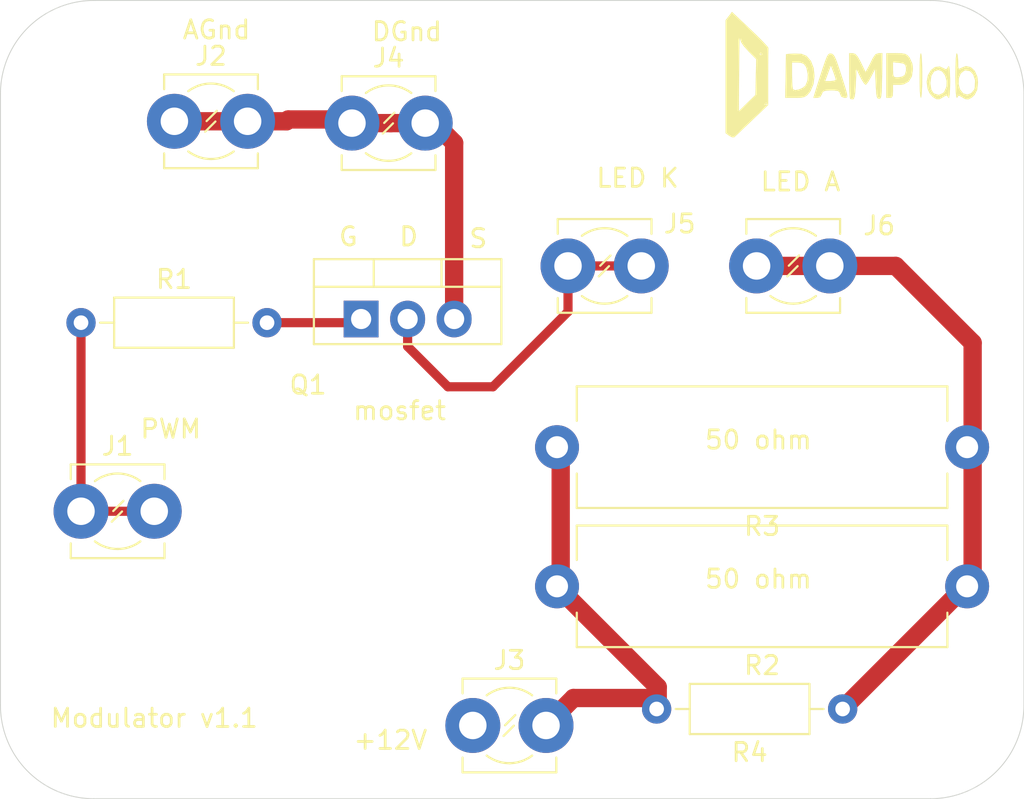
<source format=kicad_pcb>
(kicad_pcb (version 20171130) (host pcbnew "(5.1.2)-1")

  (general
    (thickness 1.6)
    (drawings 21)
    (tracks 39)
    (zones 0)
    (modules 12)
    (nets 7)
  )

  (page A4)
  (layers
    (0 F.Cu signal)
    (31 B.Cu signal)
    (32 B.Adhes user)
    (33 F.Adhes user)
    (34 B.Paste user)
    (35 F.Paste user)
    (36 B.SilkS user)
    (37 F.SilkS user)
    (38 B.Mask user)
    (39 F.Mask user)
    (40 Dwgs.User user)
    (41 Cmts.User user)
    (42 Eco1.User user)
    (43 Eco2.User user)
    (44 Edge.Cuts user)
    (45 Margin user)
    (46 B.CrtYd user)
    (47 F.CrtYd user)
    (48 B.Fab user)
    (49 F.Fab user)
  )

  (setup
    (last_trace_width 0.5)
    (trace_clearance 0.45)
    (zone_clearance 0.508)
    (zone_45_only no)
    (trace_min 0.2)
    (via_size 0.8)
    (via_drill 0.4)
    (via_min_size 0.4)
    (via_min_drill 0.3)
    (uvia_size 0.3)
    (uvia_drill 0.1)
    (uvias_allowed no)
    (uvia_min_size 0.2)
    (uvia_min_drill 0.1)
    (edge_width 0.05)
    (segment_width 0.2)
    (pcb_text_width 0.3)
    (pcb_text_size 1.5 1.5)
    (mod_edge_width 0.12)
    (mod_text_size 1 1)
    (mod_text_width 0.15)
    (pad_size 1.524 1.524)
    (pad_drill 0.762)
    (pad_to_mask_clearance 0.051)
    (solder_mask_min_width 0.25)
    (aux_axis_origin 0 0)
    (visible_elements 7FFFFFFF)
    (pcbplotparams
      (layerselection 0x010fc_ffffffff)
      (usegerberextensions true)
      (usegerberattributes false)
      (usegerberadvancedattributes false)
      (creategerberjobfile false)
      (excludeedgelayer true)
      (linewidth 0.100000)
      (plotframeref false)
      (viasonmask false)
      (mode 1)
      (useauxorigin false)
      (hpglpennumber 1)
      (hpglpenspeed 20)
      (hpglpendiameter 15.000000)
      (psnegative false)
      (psa4output false)
      (plotreference true)
      (plotvalue true)
      (plotinvisibletext false)
      (padsonsilk false)
      (subtractmaskfromsilk false)
      (outputformat 1)
      (mirror false)
      (drillshape 0)
      (scaleselection 1)
      (outputdirectory "gerbers/"))
  )

  (net 0 "")
  (net 1 GNDA)
  (net 2 /pwm)
  (net 3 "Net-(Q1-Pad1)")
  (net 4 +12V)
  (net 5 "Net-(J5-Pad1)")
  (net 6 "Net-(J6-Pad1)")

  (net_class Default "This is the default net class."
    (clearance 0.45)
    (trace_width 0.5)
    (via_dia 0.8)
    (via_drill 0.4)
    (uvia_dia 0.3)
    (uvia_drill 0.1)
    (add_net /pwm)
    (add_net "Net-(J5-Pad1)")
    (add_net "Net-(J6-Pad1)")
    (add_net "Net-(Q1-Pad1)")
  )

  (net_class +12V ""
    (clearance 0.8)
    (trace_width 1)
    (via_dia 0.8)
    (via_drill 0.4)
    (uvia_dia 0.3)
    (uvia_drill 0.1)
    (add_net +12V)
  )

  (net_class GNDA ""
    (clearance 0.6)
    (trace_width 1)
    (via_dia 0.8)
    (via_drill 0.4)
    (uvia_dia 0.3)
    (uvia_drill 0.1)
    (add_net GNDA)
  )

  (module rename:damp_logo (layer F.Cu) (tedit 0) (tstamp 5E0BAD78)
    (at 217.8 40.1)
    (path /5E0B617A)
    (fp_text reference G1 (at 0 0) (layer F.SilkS) hide
      (effects (font (size 1.524 1.524) (thickness 0.3)))
    )
    (fp_text value LOGO (at 0.75 0) (layer F.SilkS) hide
      (effects (font (size 1.524 1.524) (thickness 0.3)))
    )
    (fp_poly (pts (xy -5.539758 -2.524174) (xy -5.208043 -2.20522) (xy -4.924741 -1.922669) (xy -4.709282 -1.696731)
      (xy -4.581097 -1.54762) (xy -4.553857 -1.4986) (xy -4.560217 -1.375108) (xy -4.565603 -1.08601)
      (xy -4.569587 -0.6689) (xy -4.571741 -0.161371) (xy -4.572 0.094896) (xy -4.572 1.612193)
      (xy -5.461 2.461344) (xy -5.779342 2.764958) (xy -6.057405 3.029296) (xy -6.272031 3.232408)
      (xy -6.400061 3.352343) (xy -6.422852 3.372988) (xy -6.532557 3.374271) (xy -6.694353 3.289766)
      (xy -6.694995 3.289296) (xy -6.894285 3.14311) (xy -6.894285 1.945472) (xy -6.168571 1.945472)
      (xy -5.78875 1.5748) (xy -4.717143 1.5748) (xy -4.680857 1.6256) (xy -4.644571 1.5748)
      (xy -4.680857 1.524) (xy -4.717143 1.5748) (xy -5.78875 1.5748) (xy -5.715 1.502827)
      (xy -5.261428 1.060182) (xy -5.240754 0.084084) (xy -5.22008 -0.892015) (xy -5.490503 -1.1684)
      (xy -5.007428 -1.1684) (xy -4.971143 -1.1176) (xy -4.934857 -1.1684) (xy -4.971143 -1.2192)
      (xy -5.007428 -1.1684) (xy -5.490503 -1.1684) (xy -5.653518 -1.335008) (xy -5.901301 -1.609026)
      (xy -6.045195 -1.828145) (xy -6.109762 -2.032069) (xy -6.11615 -2.0828) (xy -6.125135 -2.077531)
      (xy -6.134057 -1.893232) (xy -6.142385 -1.554074) (xy -6.149591 -1.084226) (xy -6.155144 -0.507857)
      (xy -6.156957 -0.221064) (xy -6.168571 1.945472) (xy -6.894285 1.945472) (xy -6.894285 -3.01258)
      (xy -6.719044 -3.243063) (xy -6.543802 -3.473546) (xy -5.539758 -2.524174)) (layer F.SilkS) (width 0.01))
    (fp_poly (pts (xy 1.653234 0.0254) (xy 1.643215 0.546602) (xy 1.630418 0.897892) (xy 1.610418 1.112545)
      (xy 1.57879 1.223835) (xy 1.531109 1.265037) (xy 1.487714 1.27) (xy 1.414279 1.249894)
      (xy 1.366889 1.162607) (xy 1.336516 0.967681) (xy 1.314127 0.624659) (xy 1.306286 0.4572)
      (xy 1.27 -0.3556) (xy 1.052286 0.07403) (xy 0.91399 0.318745) (xy 0.798067 0.475368)
      (xy 0.753501 0.50583) (xy 0.669617 0.42939) (xy 0.544035 0.231569) (xy 0.463215 0.0762)
      (xy 0.254 -0.3556) (xy 0.217714 0.456219) (xy 0.191747 0.885699) (xy 0.156752 1.14643)
      (xy 0.106652 1.272819) (xy 0.069033 1.297931) (xy -0.060021 1.285019) (xy -0.094253 1.256578)
      (xy -0.114147 1.132502) (xy -0.130398 0.847963) (xy -0.141297 0.445685) (xy -0.145143 -0.016934)
      (xy -0.145143 -1.2192) (xy 0.054429 -1.216581) (xy 0.19182 -1.175576) (xy 0.322892 -1.031448)
      (xy 0.480331 -0.746563) (xy 0.503081 -0.70003) (xy 0.752162 -0.1861) (xy 0.885721 -0.42325)
      (xy 1.026276 -0.693302) (xy 1.142144 -0.9398) (xy 1.296275 -1.163578) (xy 1.469309 -1.2192)
      (xy 1.67361 -1.219201) (xy 1.653234 0.0254)) (layer F.SilkS) (width 0.01))
    (fp_poly (pts (xy 5.333823 -0.414202) (xy 5.356814 -0.163898) (xy 5.369143 0.196278) (xy 5.370286 0.3556)
      (xy 5.36226 0.776169) (xy 5.340185 1.073998) (xy 5.307068 1.213321) (xy 5.297714 1.2192)
      (xy 5.227543 1.141531) (xy 5.225143 1.11499) (xy 5.170254 1.083348) (xy 5.030931 1.151781)
      (xy 5.011033 1.16579) (xy 4.796619 1.291406) (xy 4.624019 1.292618) (xy 4.420465 1.169752)
      (xy 4.418733 1.168436) (xy 4.250636 0.966369) (xy 4.142407 0.730924) (xy 4.097798 0.382822)
      (xy 4.292081 0.382822) (xy 4.295052 0.470297) (xy 4.340967 0.771603) (xy 4.452016 0.94846)
      (xy 4.499429 0.98604) (xy 4.750302 1.061678) (xy 4.986582 0.956469) (xy 5.057082 0.878095)
      (xy 5.172982 0.601224) (xy 5.179617 0.285613) (xy 5.09362 -0.009826) (xy 4.931623 -0.226178)
      (xy 4.723123 -0.3048) (xy 4.490373 -0.22031) (xy 4.342226 0.016986) (xy 4.292081 0.382822)
      (xy 4.097798 0.382822) (xy 4.092277 0.33974) (xy 4.160372 -0.012298) (xy 4.319896 -0.291177)
      (xy 4.544056 -0.462884) (xy 4.806056 -0.493404) (xy 5.026874 -0.391831) (xy 5.155215 -0.326474)
      (xy 5.209579 -0.391831) (xy 5.28139 -0.502059) (xy 5.303762 -0.508) (xy 5.333823 -0.414202)) (layer F.SilkS) (width 0.01))
    (fp_poly (pts (xy 5.776282 -1.128349) (xy 5.802276 -0.898298) (xy 5.805714 -0.758426) (xy 5.811254 -0.481158)
      (xy 5.838558 -0.366329) (xy 5.903653 -0.373339) (xy 5.946086 -0.402826) (xy 6.227359 -0.516043)
      (xy 6.49449 -0.457542) (xy 6.715119 -0.253979) (xy 6.856889 0.067991) (xy 6.891978 0.376381)
      (xy 6.847025 0.779919) (xy 6.703788 1.063165) (xy 6.554343 1.202604) (xy 6.361834 1.306001)
      (xy 6.182189 1.282964) (xy 6.005286 1.173799) (xy 5.868556 1.100057) (xy 5.806106 1.117913)
      (xy 5.805714 1.123625) (xy 5.750361 1.216464) (xy 5.733143 1.2192) (xy 5.701287 1.121587)
      (xy 5.677718 0.84424) (xy 5.665303 0.456714) (xy 5.828621 0.456714) (xy 5.905361 0.749636)
      (xy 6.075324 0.969459) (xy 6.088123 0.978733) (xy 6.306633 1.042078) (xy 6.521157 0.966977)
      (xy 6.679087 0.780727) (xy 6.721162 0.650247) (xy 6.734075 0.259732) (xy 6.637751 -0.049802)
      (xy 6.455013 -0.242743) (xy 6.208684 -0.283479) (xy 6.135169 -0.264092) (xy 5.945784 -0.109805)
      (xy 5.842849 0.150349) (xy 5.828621 0.456714) (xy 5.665303 0.456714) (xy 5.663819 0.410393)
      (xy 5.660572 0) (xy 5.666382 -0.535181) (xy 5.682891 -0.931143) (xy 5.708715 -1.164652)
      (xy 5.733143 -1.2192) (xy 5.776282 -1.128349)) (layer F.SilkS) (width 0.01))
    (fp_poly (pts (xy -2.746139 -1.181496) (xy -2.471602 -1.069822) (xy -2.231387 -0.79201) (xy -2.085363 -0.408057)
      (xy -2.037646 0.02884) (xy -2.092356 0.465482) (xy -2.253609 0.848673) (xy -2.316296 0.936504)
      (xy -2.448251 1.083781) (xy -2.580385 1.168823) (xy -2.758301 1.20834) (xy -3.027602 1.219043)
      (xy -3.087734 1.2192) (xy -3.633177 1.2192) (xy -3.612731 0.0254) (xy -3.600116 -0.7112)
      (xy -3.265714 -0.7112) (xy -3.265714 -0.016934) (xy -3.258256 0.343251) (xy -3.238705 0.620207)
      (xy -3.211293 0.753989) (xy -3.211286 0.753999) (xy -3.093674 0.799026) (xy -2.904203 0.769803)
      (xy -2.700514 0.683833) (xy -2.54025 0.558624) (xy -2.530999 0.547396) (xy -2.423061 0.288011)
      (xy -2.401545 -0.053082) (xy -2.468323 -0.392428) (xy -2.507829 -0.485394) (xy -2.623527 -0.638332)
      (xy -2.79929 -0.703232) (xy -2.943258 -0.7112) (xy -3.265714 -0.7112) (xy -3.600116 -0.7112)
      (xy -3.592286 -1.1684) (xy -3.141659 -1.198542) (xy -2.746139 -1.181496)) (layer F.SilkS) (width 0.01))
    (fp_poly (pts (xy -1.125828 -1.200867) (xy -1.034456 -1.161092) (xy -0.949073 -1.054961) (xy -0.853751 -0.84984)
      (xy -0.732561 -0.513094) (xy -0.615016 -0.154221) (xy -0.445262 0.37606) (xy -0.330257 0.748584)
      (xy -0.265663 0.991192) (xy -0.247143 1.131728) (xy -0.270357 1.198035) (xy -0.33097 1.217954)
      (xy -0.401046 1.2192) (xy -0.571313 1.154932) (xy -0.632115 1.016) (xy -0.671892 0.903523)
      (xy -0.76139 0.84185) (xy -0.935812 0.816565) (xy -1.128431 0.8128) (xy -1.384899 0.821511)
      (xy -1.532308 0.857259) (xy -1.606461 0.934468) (xy -1.632857 1.016) (xy -1.730105 1.179487)
      (xy -1.888044 1.2192) (xy -2.097165 1.2192) (xy -1.987577 0.852005) (xy -1.906909 0.591643)
      (xy -1.815297 0.3048) (xy -1.454378 0.3048) (xy -1.162618 0.3048) (xy -0.981089 0.288005)
      (xy -0.880946 0.246019) (xy -0.873899 0.2286) (xy -0.90725 0.097071) (xy -0.986134 -0.13355)
      (xy -1.010215 -0.197976) (xy -1.143489 -0.548352) (xy -1.298933 -0.121776) (xy -1.454378 0.3048)
      (xy -1.815297 0.3048) (xy -1.786311 0.214045) (xy -1.64723 -0.213884) (xy -1.594494 -0.374262)
      (xy -1.457277 -0.778726) (xy -1.357962 -1.029647) (xy -1.277601 -1.160447) (xy -1.197244 -1.204544)
      (xy -1.125828 -1.200867)) (layer F.SilkS) (width 0.01))
    (fp_poly (pts (xy 2.725765 -1.211606) (xy 2.914285 -1.179167) (xy 3.042153 -1.107399) (xy 3.15152 -0.981816)
      (xy 3.160156 -0.969819) (xy 3.308931 -0.640238) (xy 3.338286 -0.3556) (xy 3.279602 0.049478)
      (xy 3.107824 0.331572) (xy 2.829358 0.483023) (xy 2.61587 0.508) (xy 2.249715 0.508)
      (xy 2.249715 0.8636) (xy 2.236159 1.104077) (xy 2.175161 1.202524) (xy 2.068286 1.2192)
      (xy 1.886857 1.2192) (xy 1.886857 -0.310367) (xy 2.249715 -0.310367) (xy 2.256557 -0.047901)
      (xy 2.303616 0.069626) (xy 2.430685 0.100474) (xy 2.531114 0.1016) (xy 2.739021 0.065298)
      (xy 2.885052 -0.025076) (xy 2.899542 -0.045208) (xy 2.959894 -0.258897) (xy 2.962857 -0.426208)
      (xy 2.927907 -0.572122) (xy 2.834954 -0.649347) (xy 2.644182 -0.686537) (xy 2.594429 -0.691367)
      (xy 2.249715 -0.722334) (xy 2.249715 -0.310367) (xy 1.886857 -0.310367) (xy 1.886857 -1.2192)
      (xy 2.434442 -1.2192) (xy 2.725765 -1.211606)) (layer F.SilkS) (width 0.01))
    (fp_poly (pts (xy 3.80557 -1.121588) (xy 3.82914 -0.844241) (xy 3.843039 -0.410394) (xy 3.846286 0)
      (xy 3.840476 0.53518) (xy 3.823967 0.931142) (xy 3.798143 1.164651) (xy 3.773715 1.2192)
      (xy 3.741859 1.121587) (xy 3.718289 0.84424) (xy 3.70439 0.410393) (xy 3.701143 0)
      (xy 3.706953 -0.535181) (xy 3.723462 -0.931143) (xy 3.749286 -1.164652) (xy 3.773715 -1.2192)
      (xy 3.80557 -1.121588)) (layer F.SilkS) (width 0.01))
  )

  (module Package_TO_SOT_THT:TO-220-3_Vertical (layer F.Cu) (tedit 5AC8BA0D) (tstamp 5E0BB2A3)
    (at 191 53.4)
    (descr "TO-220-3, Vertical, RM 2.54mm, see https://www.vishay.com/docs/66542/to-220-1.pdf")
    (tags "TO-220-3 Vertical RM 2.54mm")
    (path /5DC49688)
    (fp_text reference Q1 (at -2.9 3.6) (layer F.SilkS)
      (effects (font (size 1 1) (thickness 0.15)))
    )
    (fp_text value FQP30N06L (at 2.54 2.5) (layer F.Fab)
      (effects (font (size 1 1) (thickness 0.15)))
    )
    (fp_line (start -2.46 -3.15) (end -2.46 1.25) (layer F.Fab) (width 0.1))
    (fp_line (start -2.46 1.25) (end 7.54 1.25) (layer F.Fab) (width 0.1))
    (fp_line (start 7.54 1.25) (end 7.54 -3.15) (layer F.Fab) (width 0.1))
    (fp_line (start 7.54 -3.15) (end -2.46 -3.15) (layer F.Fab) (width 0.1))
    (fp_line (start -2.46 -1.88) (end 7.54 -1.88) (layer F.Fab) (width 0.1))
    (fp_line (start 0.69 -3.15) (end 0.69 -1.88) (layer F.Fab) (width 0.1))
    (fp_line (start 4.39 -3.15) (end 4.39 -1.88) (layer F.Fab) (width 0.1))
    (fp_line (start -2.58 -3.27) (end 7.66 -3.27) (layer F.SilkS) (width 0.12))
    (fp_line (start -2.58 1.371) (end 7.66 1.371) (layer F.SilkS) (width 0.12))
    (fp_line (start -2.58 -3.27) (end -2.58 1.371) (layer F.SilkS) (width 0.12))
    (fp_line (start 7.66 -3.27) (end 7.66 1.371) (layer F.SilkS) (width 0.12))
    (fp_line (start -2.58 -1.76) (end 7.66 -1.76) (layer F.SilkS) (width 0.12))
    (fp_line (start 0.69 -3.27) (end 0.69 -1.76) (layer F.SilkS) (width 0.12))
    (fp_line (start 4.391 -3.27) (end 4.391 -1.76) (layer F.SilkS) (width 0.12))
    (fp_line (start -2.71 -3.4) (end -2.71 1.51) (layer F.CrtYd) (width 0.05))
    (fp_line (start -2.71 1.51) (end 7.79 1.51) (layer F.CrtYd) (width 0.05))
    (fp_line (start 7.79 1.51) (end 7.79 -3.4) (layer F.CrtYd) (width 0.05))
    (fp_line (start 7.79 -3.4) (end -2.71 -3.4) (layer F.CrtYd) (width 0.05))
    (fp_text user %R (at -2.9 3.5) (layer F.Fab)
      (effects (font (size 1 1) (thickness 0.15)))
    )
    (pad 1 thru_hole rect (at 0 0) (size 1.905 2) (drill 1.1) (layers *.Cu *.Mask)
      (net 3 "Net-(Q1-Pad1)"))
    (pad 2 thru_hole oval (at 2.54 0) (size 1.905 2) (drill 1.1) (layers *.Cu *.Mask)
      (net 5 "Net-(J5-Pad1)"))
    (pad 3 thru_hole oval (at 5.08 0) (size 1.905 2) (drill 1.1) (layers *.Cu *.Mask)
      (net 1 GNDA))
    (model ${KISYS3DMOD}/Package_TO_SOT_THT.3dshapes/TO-220-3_Vertical.wrl
      (at (xyz 0 0 0))
      (scale (xyz 1 1 1))
      (rotate (xyz 0 0 0))
    )
  )

  (module Resistor_THT:R_Axial_DIN0207_L6.3mm_D2.5mm_P10.16mm_Horizontal (layer F.Cu) (tedit 5AE5139B) (tstamp 5E0BB2BA)
    (at 175.7 53.6)
    (descr "Resistor, Axial_DIN0207 series, Axial, Horizontal, pin pitch=10.16mm, 0.25W = 1/4W, length*diameter=6.3*2.5mm^2, http://cdn-reichelt.de/documents/datenblatt/B400/1_4W%23YAG.pdf")
    (tags "Resistor Axial_DIN0207 series Axial Horizontal pin pitch 10.16mm 0.25W = 1/4W length 6.3mm diameter 2.5mm")
    (path /5DCA1249)
    (fp_text reference R1 (at 5.08 -2.37) (layer F.SilkS)
      (effects (font (size 1 1) (thickness 0.15)))
    )
    (fp_text value 1k (at 5.08 2.37) (layer F.Fab)
      (effects (font (size 1 1) (thickness 0.15)))
    )
    (fp_text user %R (at 5.08 0) (layer F.Fab)
      (effects (font (size 1 1) (thickness 0.15)))
    )
    (fp_line (start 11.21 -1.5) (end -1.05 -1.5) (layer F.CrtYd) (width 0.05))
    (fp_line (start 11.21 1.5) (end 11.21 -1.5) (layer F.CrtYd) (width 0.05))
    (fp_line (start -1.05 1.5) (end 11.21 1.5) (layer F.CrtYd) (width 0.05))
    (fp_line (start -1.05 -1.5) (end -1.05 1.5) (layer F.CrtYd) (width 0.05))
    (fp_line (start 9.12 0) (end 8.35 0) (layer F.SilkS) (width 0.12))
    (fp_line (start 1.04 0) (end 1.81 0) (layer F.SilkS) (width 0.12))
    (fp_line (start 8.35 -1.37) (end 1.81 -1.37) (layer F.SilkS) (width 0.12))
    (fp_line (start 8.35 1.37) (end 8.35 -1.37) (layer F.SilkS) (width 0.12))
    (fp_line (start 1.81 1.37) (end 8.35 1.37) (layer F.SilkS) (width 0.12))
    (fp_line (start 1.81 -1.37) (end 1.81 1.37) (layer F.SilkS) (width 0.12))
    (fp_line (start 10.16 0) (end 8.23 0) (layer F.Fab) (width 0.1))
    (fp_line (start 0 0) (end 1.93 0) (layer F.Fab) (width 0.1))
    (fp_line (start 8.23 -1.25) (end 1.93 -1.25) (layer F.Fab) (width 0.1))
    (fp_line (start 8.23 1.25) (end 8.23 -1.25) (layer F.Fab) (width 0.1))
    (fp_line (start 1.93 1.25) (end 8.23 1.25) (layer F.Fab) (width 0.1))
    (fp_line (start 1.93 -1.25) (end 1.93 1.25) (layer F.Fab) (width 0.1))
    (pad 2 thru_hole oval (at 10.16 0) (size 1.6 1.6) (drill 0.8) (layers *.Cu *.Mask)
      (net 3 "Net-(Q1-Pad1)"))
    (pad 1 thru_hole circle (at 0 0) (size 1.6 1.6) (drill 0.8) (layers *.Cu *.Mask)
      (net 2 /pwm))
    (model ${KISYS3DMOD}/Resistor_THT.3dshapes/R_Axial_DIN0207_L6.3mm_D2.5mm_P10.16mm_Horizontal.wrl
      (at (xyz 0 0 0))
      (scale (xyz 1 1 1))
      (rotate (xyz 0 0 0))
    )
  )

  (module Resistor_THT:R_Axial_DIN0207_L6.3mm_D2.5mm_P10.16mm_Horizontal (layer F.Cu) (tedit 5AE5139B) (tstamp 5E0BB8F8)
    (at 217.3 74.7 180)
    (descr "Resistor, Axial_DIN0207 series, Axial, Horizontal, pin pitch=10.16mm, 0.25W = 1/4W, length*diameter=6.3*2.5mm^2, http://cdn-reichelt.de/documents/datenblatt/B400/1_4W%23YAG.pdf")
    (tags "Resistor Axial_DIN0207 series Axial Horizontal pin pitch 10.16mm 0.25W = 1/4W length 6.3mm diameter 2.5mm")
    (path /5E0BA242)
    (fp_text reference R4 (at 5.08 -2.37) (layer F.SilkS)
      (effects (font (size 1 1) (thickness 0.15)))
    )
    (fp_text value 100 (at 5.08 2.37) (layer F.Fab)
      (effects (font (size 1 1) (thickness 0.15)))
    )
    (fp_text user %R (at 5.08 0) (layer F.Fab)
      (effects (font (size 1 1) (thickness 0.15)))
    )
    (fp_line (start 11.21 -1.5) (end -1.05 -1.5) (layer F.CrtYd) (width 0.05))
    (fp_line (start 11.21 1.5) (end 11.21 -1.5) (layer F.CrtYd) (width 0.05))
    (fp_line (start -1.05 1.5) (end 11.21 1.5) (layer F.CrtYd) (width 0.05))
    (fp_line (start -1.05 -1.5) (end -1.05 1.5) (layer F.CrtYd) (width 0.05))
    (fp_line (start 9.12 0) (end 8.35 0) (layer F.SilkS) (width 0.12))
    (fp_line (start 1.04 0) (end 1.81 0) (layer F.SilkS) (width 0.12))
    (fp_line (start 8.35 -1.37) (end 1.81 -1.37) (layer F.SilkS) (width 0.12))
    (fp_line (start 8.35 1.37) (end 8.35 -1.37) (layer F.SilkS) (width 0.12))
    (fp_line (start 1.81 1.37) (end 8.35 1.37) (layer F.SilkS) (width 0.12))
    (fp_line (start 1.81 -1.37) (end 1.81 1.37) (layer F.SilkS) (width 0.12))
    (fp_line (start 10.16 0) (end 8.23 0) (layer F.Fab) (width 0.1))
    (fp_line (start 0 0) (end 1.93 0) (layer F.Fab) (width 0.1))
    (fp_line (start 8.23 -1.25) (end 1.93 -1.25) (layer F.Fab) (width 0.1))
    (fp_line (start 8.23 1.25) (end 8.23 -1.25) (layer F.Fab) (width 0.1))
    (fp_line (start 1.93 1.25) (end 8.23 1.25) (layer F.Fab) (width 0.1))
    (fp_line (start 1.93 -1.25) (end 1.93 1.25) (layer F.Fab) (width 0.1))
    (pad 2 thru_hole oval (at 10.16 0 180) (size 1.6 1.6) (drill 0.8) (layers *.Cu *.Mask)
      (net 4 +12V))
    (pad 1 thru_hole circle (at 0 0 180) (size 1.6 1.6) (drill 0.8) (layers *.Cu *.Mask)
      (net 6 "Net-(J6-Pad1)"))
    (model ${KISYS3DMOD}/Resistor_THT.3dshapes/R_Axial_DIN0207_L6.3mm_D2.5mm_P10.16mm_Horizontal.wrl
      (at (xyz 0 0 0))
      (scale (xyz 1 1 1))
      (rotate (xyz 0 0 0))
    )
  )

  (module Resistor_THT:R_Axial_Power_L20.0mm_W6.4mm_P22.40mm (layer F.Cu) (tedit 5AE5139B) (tstamp 5E0BBF73)
    (at 224.1 68 180)
    (descr "Resistor, Axial_Power series, Box, pin pitch=22.4mm, 4W, length*width*height=20*6.4*6.4mm^3, http://cdn-reichelt.de/documents/datenblatt/B400/5WAXIAL_9WAXIAL_11WAXIAL_17WAXIAL%23YAG.pdf")
    (tags "Resistor Axial_Power series Box pin pitch 22.4mm 4W length 20mm width 6.4mm height 6.4mm")
    (path /5DC99AAD)
    (fp_text reference R2 (at 11.2 -4.32) (layer F.SilkS)
      (effects (font (size 1 1) (thickness 0.15)))
    )
    (fp_text value 50 (at 11.2 4.32) (layer F.Fab)
      (effects (font (size 1 1) (thickness 0.15)))
    )
    (fp_line (start 1.2 -3.2) (end 1.2 3.2) (layer F.Fab) (width 0.1))
    (fp_line (start 1.2 3.2) (end 21.2 3.2) (layer F.Fab) (width 0.1))
    (fp_line (start 21.2 3.2) (end 21.2 -3.2) (layer F.Fab) (width 0.1))
    (fp_line (start 21.2 -3.2) (end 1.2 -3.2) (layer F.Fab) (width 0.1))
    (fp_line (start 0 0) (end 1.2 0) (layer F.Fab) (width 0.1))
    (fp_line (start 22.4 0) (end 21.2 0) (layer F.Fab) (width 0.1))
    (fp_line (start 1.08 -1.44) (end 1.08 -3.32) (layer F.SilkS) (width 0.12))
    (fp_line (start 1.08 -3.32) (end 21.32 -3.32) (layer F.SilkS) (width 0.12))
    (fp_line (start 21.32 -3.32) (end 21.32 -1.44) (layer F.SilkS) (width 0.12))
    (fp_line (start 1.08 1.44) (end 1.08 3.32) (layer F.SilkS) (width 0.12))
    (fp_line (start 1.08 3.32) (end 21.32 3.32) (layer F.SilkS) (width 0.12))
    (fp_line (start 21.32 3.32) (end 21.32 1.44) (layer F.SilkS) (width 0.12))
    (fp_line (start -1.45 -3.45) (end -1.45 3.45) (layer F.CrtYd) (width 0.05))
    (fp_line (start -1.45 3.45) (end 23.85 3.45) (layer F.CrtYd) (width 0.05))
    (fp_line (start 23.85 3.45) (end 23.85 -3.45) (layer F.CrtYd) (width 0.05))
    (fp_line (start 23.85 -3.45) (end -1.45 -3.45) (layer F.CrtYd) (width 0.05))
    (fp_text user %R (at 11.2 0) (layer F.Fab)
      (effects (font (size 1 1) (thickness 0.15)))
    )
    (pad 1 thru_hole circle (at 0 0 180) (size 2.4 2.4) (drill 1.2) (layers *.Cu *.Mask)
      (net 6 "Net-(J6-Pad1)"))
    (pad 2 thru_hole oval (at 22.4 0 180) (size 2.4 2.4) (drill 1.2) (layers *.Cu *.Mask)
      (net 4 +12V))
    (model ${KISYS3DMOD}/Resistor_THT.3dshapes/R_Axial_Power_L20.0mm_W6.4mm_P22.40mm.wrl
      (at (xyz 0 0 0))
      (scale (xyz 1 1 1))
      (rotate (xyz 0 0 0))
    )
  )

  (module Resistor_THT:R_Axial_Power_L20.0mm_W6.4mm_P22.40mm (layer F.Cu) (tedit 5AE5139B) (tstamp 5E0BBF89)
    (at 224.1 60.4 180)
    (descr "Resistor, Axial_Power series, Box, pin pitch=22.4mm, 4W, length*width*height=20*6.4*6.4mm^3, http://cdn-reichelt.de/documents/datenblatt/B400/5WAXIAL_9WAXIAL_11WAXIAL_17WAXIAL%23YAG.pdf")
    (tags "Resistor Axial_Power series Box pin pitch 22.4mm 4W length 20mm width 6.4mm height 6.4mm")
    (path /5E0B95AF)
    (fp_text reference R3 (at 11.2 -4.32) (layer F.SilkS)
      (effects (font (size 1 1) (thickness 0.15)))
    )
    (fp_text value 50 (at 11.2 4.32) (layer F.Fab)
      (effects (font (size 1 1) (thickness 0.15)))
    )
    (fp_text user %R (at 11.2 0) (layer F.Fab)
      (effects (font (size 1 1) (thickness 0.15)))
    )
    (fp_line (start 23.85 -3.45) (end -1.45 -3.45) (layer F.CrtYd) (width 0.05))
    (fp_line (start 23.85 3.45) (end 23.85 -3.45) (layer F.CrtYd) (width 0.05))
    (fp_line (start -1.45 3.45) (end 23.85 3.45) (layer F.CrtYd) (width 0.05))
    (fp_line (start -1.45 -3.45) (end -1.45 3.45) (layer F.CrtYd) (width 0.05))
    (fp_line (start 21.32 3.32) (end 21.32 1.44) (layer F.SilkS) (width 0.12))
    (fp_line (start 1.08 3.32) (end 21.32 3.32) (layer F.SilkS) (width 0.12))
    (fp_line (start 1.08 1.44) (end 1.08 3.32) (layer F.SilkS) (width 0.12))
    (fp_line (start 21.32 -3.32) (end 21.32 -1.44) (layer F.SilkS) (width 0.12))
    (fp_line (start 1.08 -3.32) (end 21.32 -3.32) (layer F.SilkS) (width 0.12))
    (fp_line (start 1.08 -1.44) (end 1.08 -3.32) (layer F.SilkS) (width 0.12))
    (fp_line (start 22.4 0) (end 21.2 0) (layer F.Fab) (width 0.1))
    (fp_line (start 0 0) (end 1.2 0) (layer F.Fab) (width 0.1))
    (fp_line (start 21.2 -3.2) (end 1.2 -3.2) (layer F.Fab) (width 0.1))
    (fp_line (start 21.2 3.2) (end 21.2 -3.2) (layer F.Fab) (width 0.1))
    (fp_line (start 1.2 3.2) (end 21.2 3.2) (layer F.Fab) (width 0.1))
    (fp_line (start 1.2 -3.2) (end 1.2 3.2) (layer F.Fab) (width 0.1))
    (pad 2 thru_hole oval (at 22.4 0 180) (size 2.4 2.4) (drill 1.2) (layers *.Cu *.Mask)
      (net 4 +12V))
    (pad 1 thru_hole circle (at 0 0 180) (size 2.4 2.4) (drill 1.2) (layers *.Cu *.Mask)
      (net 6 "Net-(J6-Pad1)"))
    (model ${KISYS3DMOD}/Resistor_THT.3dshapes/R_Axial_Power_L20.0mm_W6.4mm_P22.40mm.wrl
      (at (xyz 0 0 0))
      (scale (xyz 1 1 1))
      (rotate (xyz 0 0 0))
    )
  )

  (module TerminalBlock_MetzConnect:TerminalBlock_MetzConnect_360381_1x01_Horizontal_ScrewM3.0 (layer F.Cu) (tedit 5B294E90) (tstamp 5E0BCA6C)
    (at 175.7 63.9)
    (descr "single screw terminal block Metz Connect 360381, block size 5x5mm^2, drill diamater 1.5mm, 2 pads, pad diameter 3mm, see http://www.metz-connect.com/de/system/files/METZ_CONNECT_U_Contact_Katalog_Anschlusssysteme_fuer_Leiterplatten_DE_31_07_2017_OFF_024803.pdf?language=en page 133, script-generated using https://github.com/pointhi/kicad-footprint-generator/scripts/TerminalBlock_MetzConnect")
    (tags "THT single screw terminal block Metz Connect 360381 size 5x5mm^2 drill 1.5mm pad 3mm")
    (path /5E0E4412)
    (fp_text reference J1 (at 2 -3.56) (layer F.SilkS)
      (effects (font (size 1 1) (thickness 0.15)))
    )
    (fp_text value Screw_Terminal_01x01 (at 6 3.9) (layer F.Fab)
      (effects (font (size 1 1) (thickness 0.15)))
    )
    (fp_arc (start 2 0) (end 2 2.06) (angle -37) (layer F.SilkS) (width 0.12))
    (fp_arc (start 2 0) (end 3.24 -1.646) (angle -74) (layer F.SilkS) (width 0.12))
    (fp_arc (start 2 0) (end 0.759 1.645) (angle -38) (layer F.SilkS) (width 0.12))
    (fp_circle (center 2 0) (end 4 0) (layer F.Fab) (width 0.1))
    (fp_line (start 3.517 -1.273) (end 0.727 1.517) (layer F.Fab) (width 0.1))
    (fp_line (start 3.273 -1.517) (end 0.483 1.273) (layer F.Fab) (width 0.1))
    (fp_line (start 2.241 0.011) (end 1.708 0.543) (layer F.SilkS) (width 0.12))
    (fp_line (start 1.68 0.571) (end 1.68 0.571) (layer F.SilkS) (width 0.12))
    (fp_line (start 2.32 -0.572) (end 2.32 -0.572) (layer F.SilkS) (width 0.12))
    (fp_line (start 2.291 -0.543) (end 1.759 -0.011) (layer F.SilkS) (width 0.12))
    (fp_line (start -0.5 -2.5) (end 4.5 -2.5) (layer F.Fab) (width 0.1))
    (fp_line (start -0.5 2.5) (end 4.5 2.5) (layer F.Fab) (width 0.1))
    (fp_line (start -0.5 -2.5) (end -0.5 2.5) (layer F.Fab) (width 0.1))
    (fp_line (start 4.5 -2.5) (end 4.5 2.5) (layer F.Fab) (width 0.1))
    (fp_line (start -0.56 -2.56) (end 4.56 -2.56) (layer F.SilkS) (width 0.12))
    (fp_line (start -0.56 2.56) (end 4.56 2.56) (layer F.SilkS) (width 0.12))
    (fp_line (start -0.56 -2.56) (end -0.56 -1.755) (layer F.SilkS) (width 0.12))
    (fp_line (start -0.56 1.755) (end -0.56 2.56) (layer F.SilkS) (width 0.12))
    (fp_line (start 4.56 -2.56) (end 4.56 -1.755) (layer F.SilkS) (width 0.12))
    (fp_line (start 4.56 1.755) (end 4.56 2.56) (layer F.SilkS) (width 0.12))
    (fp_line (start -1 -3) (end -1 3) (layer F.CrtYd) (width 0.05))
    (fp_line (start -1 3) (end 5 3) (layer F.CrtYd) (width 0.05))
    (fp_line (start 5 3) (end 5 -3) (layer F.CrtYd) (width 0.05))
    (fp_line (start 5 -3) (end -1 -3) (layer F.CrtYd) (width 0.05))
    (fp_text user %R (at 2 -3.56) (layer F.Fab)
      (effects (font (size 1 1) (thickness 0.15)))
    )
    (pad 1 thru_hole circle (at 4 0) (size 3 3) (drill 1.5) (layers *.Cu *.Mask)
      (net 2 /pwm))
    (pad 1 thru_hole circle (at 0 0) (size 3 3) (drill 1.5) (layers *.Cu *.Mask)
      (net 2 /pwm))
    (model ${KISYS3DMOD}/TerminalBlock_MetzConnect.3dshapes/TerminalBlock_MetzConnect_360381_1x01_Horizontal_ScrewM3.0.wrl
      (at (xyz 0 0 0))
      (scale (xyz 1 1 1))
      (rotate (xyz 0 0 0))
    )
  )

  (module TerminalBlock_MetzConnect:TerminalBlock_MetzConnect_360381_1x01_Horizontal_ScrewM3.0 (layer F.Cu) (tedit 5B294E90) (tstamp 5E0BCA8B)
    (at 180.8 42.6)
    (descr "single screw terminal block Metz Connect 360381, block size 5x5mm^2, drill diamater 1.5mm, 2 pads, pad diameter 3mm, see http://www.metz-connect.com/de/system/files/METZ_CONNECT_U_Contact_Katalog_Anschlusssysteme_fuer_Leiterplatten_DE_31_07_2017_OFF_024803.pdf?language=en page 133, script-generated using https://github.com/pointhi/kicad-footprint-generator/scripts/TerminalBlock_MetzConnect")
    (tags "THT single screw terminal block Metz Connect 360381 size 5x5mm^2 drill 1.5mm pad 3mm")
    (path /5E0E4B1B)
    (fp_text reference J2 (at 2 -3.56) (layer F.SilkS)
      (effects (font (size 1 1) (thickness 0.15)))
    )
    (fp_text value Screw_Terminal_01x01 (at 2 3.56) (layer F.Fab)
      (effects (font (size 1 1) (thickness 0.15)))
    )
    (fp_text user %R (at 2 -3.56) (layer F.Fab)
      (effects (font (size 1 1) (thickness 0.15)))
    )
    (fp_line (start 5 -3) (end -1 -3) (layer F.CrtYd) (width 0.05))
    (fp_line (start 5 3) (end 5 -3) (layer F.CrtYd) (width 0.05))
    (fp_line (start -1 3) (end 5 3) (layer F.CrtYd) (width 0.05))
    (fp_line (start -1 -3) (end -1 3) (layer F.CrtYd) (width 0.05))
    (fp_line (start 4.56 1.755) (end 4.56 2.56) (layer F.SilkS) (width 0.12))
    (fp_line (start 4.56 -2.56) (end 4.56 -1.755) (layer F.SilkS) (width 0.12))
    (fp_line (start -0.56 1.755) (end -0.56 2.56) (layer F.SilkS) (width 0.12))
    (fp_line (start -0.56 -2.56) (end -0.56 -1.755) (layer F.SilkS) (width 0.12))
    (fp_line (start -0.56 2.56) (end 4.56 2.56) (layer F.SilkS) (width 0.12))
    (fp_line (start -0.56 -2.56) (end 4.56 -2.56) (layer F.SilkS) (width 0.12))
    (fp_line (start 4.5 -2.5) (end 4.5 2.5) (layer F.Fab) (width 0.1))
    (fp_line (start -0.5 -2.5) (end -0.5 2.5) (layer F.Fab) (width 0.1))
    (fp_line (start -0.5 2.5) (end 4.5 2.5) (layer F.Fab) (width 0.1))
    (fp_line (start -0.5 -2.5) (end 4.5 -2.5) (layer F.Fab) (width 0.1))
    (fp_line (start 2.291 -0.543) (end 1.759 -0.011) (layer F.SilkS) (width 0.12))
    (fp_line (start 2.32 -0.572) (end 2.32 -0.572) (layer F.SilkS) (width 0.12))
    (fp_line (start 1.68 0.571) (end 1.68 0.571) (layer F.SilkS) (width 0.12))
    (fp_line (start 2.241 0.011) (end 1.708 0.543) (layer F.SilkS) (width 0.12))
    (fp_line (start 3.273 -1.517) (end 0.483 1.273) (layer F.Fab) (width 0.1))
    (fp_line (start 3.517 -1.273) (end 0.727 1.517) (layer F.Fab) (width 0.1))
    (fp_circle (center 2 0) (end 4 0) (layer F.Fab) (width 0.1))
    (fp_arc (start 2 0) (end 0.759 1.645) (angle -38) (layer F.SilkS) (width 0.12))
    (fp_arc (start 2 0) (end 3.24 -1.646) (angle -74) (layer F.SilkS) (width 0.12))
    (fp_arc (start 2 0) (end 2 2.06) (angle -37) (layer F.SilkS) (width 0.12))
    (pad 1 thru_hole circle (at 0 0) (size 3 3) (drill 1.5) (layers *.Cu *.Mask)
      (net 1 GNDA))
    (pad 1 thru_hole circle (at 4 0) (size 3 3) (drill 1.5) (layers *.Cu *.Mask)
      (net 1 GNDA))
    (model ${KISYS3DMOD}/TerminalBlock_MetzConnect.3dshapes/TerminalBlock_MetzConnect_360381_1x01_Horizontal_ScrewM3.0.wrl
      (at (xyz 0 0 0))
      (scale (xyz 1 1 1))
      (rotate (xyz 0 0 0))
    )
  )

  (module TerminalBlock_MetzConnect:TerminalBlock_MetzConnect_360381_1x01_Horizontal_ScrewM3.0 (layer F.Cu) (tedit 5B294E90) (tstamp 5E0BCAAA)
    (at 197.1 75.6)
    (descr "single screw terminal block Metz Connect 360381, block size 5x5mm^2, drill diamater 1.5mm, 2 pads, pad diameter 3mm, see http://www.metz-connect.com/de/system/files/METZ_CONNECT_U_Contact_Katalog_Anschlusssysteme_fuer_Leiterplatten_DE_31_07_2017_OFF_024803.pdf?language=en page 133, script-generated using https://github.com/pointhi/kicad-footprint-generator/scripts/TerminalBlock_MetzConnect")
    (tags "THT single screw terminal block Metz Connect 360381 size 5x5mm^2 drill 1.5mm pad 3mm")
    (path /5E0E35C7)
    (fp_text reference J3 (at 2 -3.56) (layer F.SilkS)
      (effects (font (size 1 1) (thickness 0.15)))
    )
    (fp_text value Screw_Terminal_01x01 (at -7.5 -4.5) (layer F.Fab)
      (effects (font (size 1 1) (thickness 0.15)))
    )
    (fp_arc (start 2 0) (end 2 2.06) (angle -37) (layer F.SilkS) (width 0.12))
    (fp_arc (start 2 0) (end 3.24 -1.646) (angle -74) (layer F.SilkS) (width 0.12))
    (fp_arc (start 2 0) (end 0.759 1.645) (angle -38) (layer F.SilkS) (width 0.12))
    (fp_circle (center 2 0) (end 4 0) (layer F.Fab) (width 0.1))
    (fp_line (start 3.517 -1.273) (end 0.727 1.517) (layer F.Fab) (width 0.1))
    (fp_line (start 3.273 -1.517) (end 0.483 1.273) (layer F.Fab) (width 0.1))
    (fp_line (start 2.241 0.011) (end 1.708 0.543) (layer F.SilkS) (width 0.12))
    (fp_line (start 1.68 0.571) (end 1.68 0.571) (layer F.SilkS) (width 0.12))
    (fp_line (start 2.32 -0.572) (end 2.32 -0.572) (layer F.SilkS) (width 0.12))
    (fp_line (start 2.291 -0.543) (end 1.759 -0.011) (layer F.SilkS) (width 0.12))
    (fp_line (start -0.5 -2.5) (end 4.5 -2.5) (layer F.Fab) (width 0.1))
    (fp_line (start -0.5 2.5) (end 4.5 2.5) (layer F.Fab) (width 0.1))
    (fp_line (start -0.5 -2.5) (end -0.5 2.5) (layer F.Fab) (width 0.1))
    (fp_line (start 4.5 -2.5) (end 4.5 2.5) (layer F.Fab) (width 0.1))
    (fp_line (start -0.56 -2.56) (end 4.56 -2.56) (layer F.SilkS) (width 0.12))
    (fp_line (start -0.56 2.56) (end 4.56 2.56) (layer F.SilkS) (width 0.12))
    (fp_line (start -0.56 -2.56) (end -0.56 -1.755) (layer F.SilkS) (width 0.12))
    (fp_line (start -0.56 1.755) (end -0.56 2.56) (layer F.SilkS) (width 0.12))
    (fp_line (start 4.56 -2.56) (end 4.56 -1.755) (layer F.SilkS) (width 0.12))
    (fp_line (start 4.56 1.755) (end 4.56 2.56) (layer F.SilkS) (width 0.12))
    (fp_line (start -1 -3) (end -1 3) (layer F.CrtYd) (width 0.05))
    (fp_line (start -1 3) (end 5 3) (layer F.CrtYd) (width 0.05))
    (fp_line (start 5 3) (end 5 -3) (layer F.CrtYd) (width 0.05))
    (fp_line (start 5 -3) (end -1 -3) (layer F.CrtYd) (width 0.05))
    (fp_text user %R (at 2 -3.56) (layer F.Fab)
      (effects (font (size 1 1) (thickness 0.15)))
    )
    (pad 1 thru_hole circle (at 4 0) (size 3 3) (drill 1.5) (layers *.Cu *.Mask)
      (net 4 +12V))
    (pad 1 thru_hole circle (at 0 0) (size 3 3) (drill 1.5) (layers *.Cu *.Mask)
      (net 4 +12V))
    (model ${KISYS3DMOD}/TerminalBlock_MetzConnect.3dshapes/TerminalBlock_MetzConnect_360381_1x01_Horizontal_ScrewM3.0.wrl
      (at (xyz 0 0 0))
      (scale (xyz 1 1 1))
      (rotate (xyz 0 0 0))
    )
  )

  (module TerminalBlock_MetzConnect:TerminalBlock_MetzConnect_360381_1x01_Horizontal_ScrewM3.0 (layer F.Cu) (tedit 5B294E90) (tstamp 5E0BCAC9)
    (at 190.5 42.7)
    (descr "single screw terminal block Metz Connect 360381, block size 5x5mm^2, drill diamater 1.5mm, 2 pads, pad diameter 3mm, see http://www.metz-connect.com/de/system/files/METZ_CONNECT_U_Contact_Katalog_Anschlusssysteme_fuer_Leiterplatten_DE_31_07_2017_OFF_024803.pdf?language=en page 133, script-generated using https://github.com/pointhi/kicad-footprint-generator/scripts/TerminalBlock_MetzConnect")
    (tags "THT single screw terminal block Metz Connect 360381 size 5x5mm^2 drill 1.5mm pad 3mm")
    (path /5E0E3BCA)
    (fp_text reference J4 (at 2 -3.56) (layer F.SilkS)
      (effects (font (size 1 1) (thickness 0.15)))
    )
    (fp_text value Screw_Terminal_01x01 (at 2 3.56) (layer F.Fab)
      (effects (font (size 1 1) (thickness 0.15)))
    )
    (fp_text user %R (at 2 -3.56) (layer F.Fab)
      (effects (font (size 1 1) (thickness 0.15)))
    )
    (fp_line (start 5 -3) (end -1 -3) (layer F.CrtYd) (width 0.05))
    (fp_line (start 5 3) (end 5 -3) (layer F.CrtYd) (width 0.05))
    (fp_line (start -1 3) (end 5 3) (layer F.CrtYd) (width 0.05))
    (fp_line (start -1 -3) (end -1 3) (layer F.CrtYd) (width 0.05))
    (fp_line (start 4.56 1.755) (end 4.56 2.56) (layer F.SilkS) (width 0.12))
    (fp_line (start 4.56 -2.56) (end 4.56 -1.755) (layer F.SilkS) (width 0.12))
    (fp_line (start -0.56 1.755) (end -0.56 2.56) (layer F.SilkS) (width 0.12))
    (fp_line (start -0.56 -2.56) (end -0.56 -1.755) (layer F.SilkS) (width 0.12))
    (fp_line (start -0.56 2.56) (end 4.56 2.56) (layer F.SilkS) (width 0.12))
    (fp_line (start -0.56 -2.56) (end 4.56 -2.56) (layer F.SilkS) (width 0.12))
    (fp_line (start 4.5 -2.5) (end 4.5 2.5) (layer F.Fab) (width 0.1))
    (fp_line (start -0.5 -2.5) (end -0.5 2.5) (layer F.Fab) (width 0.1))
    (fp_line (start -0.5 2.5) (end 4.5 2.5) (layer F.Fab) (width 0.1))
    (fp_line (start -0.5 -2.5) (end 4.5 -2.5) (layer F.Fab) (width 0.1))
    (fp_line (start 2.291 -0.543) (end 1.759 -0.011) (layer F.SilkS) (width 0.12))
    (fp_line (start 2.32 -0.572) (end 2.32 -0.572) (layer F.SilkS) (width 0.12))
    (fp_line (start 1.68 0.571) (end 1.68 0.571) (layer F.SilkS) (width 0.12))
    (fp_line (start 2.241 0.011) (end 1.708 0.543) (layer F.SilkS) (width 0.12))
    (fp_line (start 3.273 -1.517) (end 0.483 1.273) (layer F.Fab) (width 0.1))
    (fp_line (start 3.517 -1.273) (end 0.727 1.517) (layer F.Fab) (width 0.1))
    (fp_circle (center 2 0) (end 4 0) (layer F.Fab) (width 0.1))
    (fp_arc (start 2 0) (end 0.759 1.645) (angle -38) (layer F.SilkS) (width 0.12))
    (fp_arc (start 2 0) (end 3.24 -1.646) (angle -74) (layer F.SilkS) (width 0.12))
    (fp_arc (start 2 0) (end 2 2.06) (angle -37) (layer F.SilkS) (width 0.12))
    (pad 1 thru_hole circle (at 0 0) (size 3 3) (drill 1.5) (layers *.Cu *.Mask)
      (net 1 GNDA))
    (pad 1 thru_hole circle (at 4 0) (size 3 3) (drill 1.5) (layers *.Cu *.Mask)
      (net 1 GNDA))
    (model ${KISYS3DMOD}/TerminalBlock_MetzConnect.3dshapes/TerminalBlock_MetzConnect_360381_1x01_Horizontal_ScrewM3.0.wrl
      (at (xyz 0 0 0))
      (scale (xyz 1 1 1))
      (rotate (xyz 0 0 0))
    )
  )

  (module TerminalBlock_MetzConnect:TerminalBlock_MetzConnect_360381_1x01_Horizontal_ScrewM3.0 (layer F.Cu) (tedit 5B294E90) (tstamp 5E0BCAE8)
    (at 202.3 50.5)
    (descr "single screw terminal block Metz Connect 360381, block size 5x5mm^2, drill diamater 1.5mm, 2 pads, pad diameter 3mm, see http://www.metz-connect.com/de/system/files/METZ_CONNECT_U_Contact_Katalog_Anschlusssysteme_fuer_Leiterplatten_DE_31_07_2017_OFF_024803.pdf?language=en page 133, script-generated using https://github.com/pointhi/kicad-footprint-generator/scripts/TerminalBlock_MetzConnect")
    (tags "THT single screw terminal block Metz Connect 360381 size 5x5mm^2 drill 1.5mm pad 3mm")
    (path /5E0E548D)
    (fp_text reference J5 (at 6.1 -2.3) (layer F.SilkS)
      (effects (font (size 1 1) (thickness 0.15)))
    )
    (fp_text value Screw_Terminal_01x01 (at 2 3.56) (layer F.Fab)
      (effects (font (size 1 1) (thickness 0.15)))
    )
    (fp_arc (start 2 0) (end 2 2.06) (angle -37) (layer F.SilkS) (width 0.12))
    (fp_arc (start 2 0) (end 3.24 -1.646) (angle -74) (layer F.SilkS) (width 0.12))
    (fp_arc (start 2 0) (end 0.759 1.645) (angle -38) (layer F.SilkS) (width 0.12))
    (fp_circle (center 2 0) (end 4 0) (layer F.Fab) (width 0.1))
    (fp_line (start 3.517 -1.273) (end 0.727 1.517) (layer F.Fab) (width 0.1))
    (fp_line (start 3.273 -1.517) (end 0.483 1.273) (layer F.Fab) (width 0.1))
    (fp_line (start 2.241 0.011) (end 1.708 0.543) (layer F.SilkS) (width 0.12))
    (fp_line (start 1.68 0.571) (end 1.68 0.571) (layer F.SilkS) (width 0.12))
    (fp_line (start 2.32 -0.572) (end 2.32 -0.572) (layer F.SilkS) (width 0.12))
    (fp_line (start 2.291 -0.543) (end 1.759 -0.011) (layer F.SilkS) (width 0.12))
    (fp_line (start -0.5 -2.5) (end 4.5 -2.5) (layer F.Fab) (width 0.1))
    (fp_line (start -0.5 2.5) (end 4.5 2.5) (layer F.Fab) (width 0.1))
    (fp_line (start -0.5 -2.5) (end -0.5 2.5) (layer F.Fab) (width 0.1))
    (fp_line (start 4.5 -2.5) (end 4.5 2.5) (layer F.Fab) (width 0.1))
    (fp_line (start -0.56 -2.56) (end 4.56 -2.56) (layer F.SilkS) (width 0.12))
    (fp_line (start -0.56 2.56) (end 4.56 2.56) (layer F.SilkS) (width 0.12))
    (fp_line (start -0.56 -2.56) (end -0.56 -1.755) (layer F.SilkS) (width 0.12))
    (fp_line (start -0.56 1.755) (end -0.56 2.56) (layer F.SilkS) (width 0.12))
    (fp_line (start 4.56 -2.56) (end 4.56 -1.755) (layer F.SilkS) (width 0.12))
    (fp_line (start 4.56 1.755) (end 4.56 2.56) (layer F.SilkS) (width 0.12))
    (fp_line (start -1 -3) (end -1 3) (layer F.CrtYd) (width 0.05))
    (fp_line (start -1 3) (end 5 3) (layer F.CrtYd) (width 0.05))
    (fp_line (start 5 3) (end 5 -3) (layer F.CrtYd) (width 0.05))
    (fp_line (start 5 -3) (end -1 -3) (layer F.CrtYd) (width 0.05))
    (fp_text user %R (at 6.2 -2.3) (layer F.Fab)
      (effects (font (size 1 1) (thickness 0.15)))
    )
    (pad 1 thru_hole circle (at 4 0) (size 3 3) (drill 1.5) (layers *.Cu *.Mask)
      (net 5 "Net-(J5-Pad1)"))
    (pad 1 thru_hole circle (at 0 0) (size 3 3) (drill 1.5) (layers *.Cu *.Mask)
      (net 5 "Net-(J5-Pad1)"))
    (model ${KISYS3DMOD}/TerminalBlock_MetzConnect.3dshapes/TerminalBlock_MetzConnect_360381_1x01_Horizontal_ScrewM3.0.wrl
      (at (xyz 0 0 0))
      (scale (xyz 1 1 1))
      (rotate (xyz 0 0 0))
    )
  )

  (module TerminalBlock_MetzConnect:TerminalBlock_MetzConnect_360381_1x01_Horizontal_ScrewM3.0 (layer F.Cu) (tedit 5B294E90) (tstamp 5E0BCB07)
    (at 212.6 50.5)
    (descr "single screw terminal block Metz Connect 360381, block size 5x5mm^2, drill diamater 1.5mm, 2 pads, pad diameter 3mm, see http://www.metz-connect.com/de/system/files/METZ_CONNECT_U_Contact_Katalog_Anschlusssysteme_fuer_Leiterplatten_DE_31_07_2017_OFF_024803.pdf?language=en page 133, script-generated using https://github.com/pointhi/kicad-footprint-generator/scripts/TerminalBlock_MetzConnect")
    (tags "THT single screw terminal block Metz Connect 360381 size 5x5mm^2 drill 1.5mm pad 3mm")
    (path /5E0E597A)
    (fp_text reference J6 (at 6.7 -2.2) (layer F.SilkS)
      (effects (font (size 1 1) (thickness 0.15)))
    )
    (fp_text value Screw_Terminal_01x01 (at 2 3.56) (layer F.Fab)
      (effects (font (size 1 1) (thickness 0.15)))
    )
    (fp_text user %R (at 6.6 -2.3) (layer F.Fab)
      (effects (font (size 1 1) (thickness 0.15)))
    )
    (fp_line (start 5 -3) (end -1 -3) (layer F.CrtYd) (width 0.05))
    (fp_line (start 5 3) (end 5 -3) (layer F.CrtYd) (width 0.05))
    (fp_line (start -1 3) (end 5 3) (layer F.CrtYd) (width 0.05))
    (fp_line (start -1 -3) (end -1 3) (layer F.CrtYd) (width 0.05))
    (fp_line (start 4.56 1.755) (end 4.56 2.56) (layer F.SilkS) (width 0.12))
    (fp_line (start 4.56 -2.56) (end 4.56 -1.755) (layer F.SilkS) (width 0.12))
    (fp_line (start -0.56 1.755) (end -0.56 2.56) (layer F.SilkS) (width 0.12))
    (fp_line (start -0.56 -2.56) (end -0.56 -1.755) (layer F.SilkS) (width 0.12))
    (fp_line (start -0.56 2.56) (end 4.56 2.56) (layer F.SilkS) (width 0.12))
    (fp_line (start -0.56 -2.56) (end 4.56 -2.56) (layer F.SilkS) (width 0.12))
    (fp_line (start 4.5 -2.5) (end 4.5 2.5) (layer F.Fab) (width 0.1))
    (fp_line (start -0.5 -2.5) (end -0.5 2.5) (layer F.Fab) (width 0.1))
    (fp_line (start -0.5 2.5) (end 4.5 2.5) (layer F.Fab) (width 0.1))
    (fp_line (start -0.5 -2.5) (end 4.5 -2.5) (layer F.Fab) (width 0.1))
    (fp_line (start 2.291 -0.543) (end 1.759 -0.011) (layer F.SilkS) (width 0.12))
    (fp_line (start 2.32 -0.572) (end 2.32 -0.572) (layer F.SilkS) (width 0.12))
    (fp_line (start 1.68 0.571) (end 1.68 0.571) (layer F.SilkS) (width 0.12))
    (fp_line (start 2.241 0.011) (end 1.708 0.543) (layer F.SilkS) (width 0.12))
    (fp_line (start 3.273 -1.517) (end 0.483 1.273) (layer F.Fab) (width 0.1))
    (fp_line (start 3.517 -1.273) (end 0.727 1.517) (layer F.Fab) (width 0.1))
    (fp_circle (center 2 0) (end 4 0) (layer F.Fab) (width 0.1))
    (fp_arc (start 2 0) (end 0.759 1.645) (angle -38) (layer F.SilkS) (width 0.12))
    (fp_arc (start 2 0) (end 3.24 -1.646) (angle -74) (layer F.SilkS) (width 0.12))
    (fp_arc (start 2 0) (end 2 2.06) (angle -37) (layer F.SilkS) (width 0.12))
    (pad 1 thru_hole circle (at 0 0) (size 3 3) (drill 1.5) (layers *.Cu *.Mask)
      (net 6 "Net-(J6-Pad1)"))
    (pad 1 thru_hole circle (at 4 0) (size 3 3) (drill 1.5) (layers *.Cu *.Mask)
      (net 6 "Net-(J6-Pad1)"))
    (model ${KISYS3DMOD}/TerminalBlock_MetzConnect.3dshapes/TerminalBlock_MetzConnect_360381_1x01_Horizontal_ScrewM3.0.wrl
      (at (xyz 0 0 0))
      (scale (xyz 1 1 1))
      (rotate (xyz 0 0 0))
    )
  )

  (gr_text "50 ohm" (at 212.7 67.6) (layer F.SilkS)
    (effects (font (size 1 1) (thickness 0.15)))
  )
  (gr_text "50 ohm" (at 212.7 60) (layer F.SilkS)
    (effects (font (size 1 1) (thickness 0.15)))
  )
  (gr_text "Modulator v1.1" (at 179.7 75.2) (layer F.SilkS)
    (effects (font (size 1 1) (thickness 0.15)))
  )
  (gr_line (start 176.4 79.6) (end 222.1 79.6) (layer Edge.Cuts) (width 0.05) (tstamp 5E0BD3A0))
  (gr_line (start 171.3 41.1) (end 171.3 74.5) (layer Edge.Cuts) (width 0.05) (tstamp 5E0BD39F))
  (gr_line (start 227.2 41.1) (end 227.2 74.5) (layer Edge.Cuts) (width 0.05) (tstamp 5E0BD39E))
  (gr_line (start 176.4 36) (end 222.1 36) (layer Edge.Cuts) (width 0.05) (tstamp 5E0BD39D))
  (gr_arc (start 176.4 74.5) (end 171.3 74.5) (angle -90) (layer Edge.Cuts) (width 0.05) (tstamp 5E0BD382))
  (gr_arc (start 222.1 41.1) (end 227.2 41.1) (angle -90) (layer Edge.Cuts) (width 0.05) (tstamp 5E0BD382))
  (gr_arc (start 222.1 74.5) (end 222.1 79.6) (angle -90) (layer Edge.Cuts) (width 0.05) (tstamp 5E0BD382))
  (gr_arc (start 176.4 41.1) (end 176.4 36) (angle -90) (layer Edge.Cuts) (width 0.05))
  (gr_text AGnd (at 183.1 37.6) (layer F.SilkS)
    (effects (font (size 1 1) (thickness 0.15)))
  )
  (gr_text DGnd (at 193.5 37.7) (layer F.SilkS)
    (effects (font (size 1 1) (thickness 0.15)))
  )
  (gr_text S (at 197.4 49) (layer F.SilkS)
    (effects (font (size 1 1) (thickness 0.15)))
  )
  (gr_text D (at 193.6 48.9) (layer F.SilkS)
    (effects (font (size 1 1) (thickness 0.15)))
  )
  (gr_text G (at 190.3 48.9) (layer F.SilkS)
    (effects (font (size 1 1) (thickness 0.15)))
  )
  (gr_text mosfet (at 193.1 58.4) (layer F.SilkS)
    (effects (font (size 1 1) (thickness 0.15)))
  )
  (gr_text +12V (at 192.6 76.4) (layer F.SilkS)
    (effects (font (size 1 1) (thickness 0.15)))
  )
  (gr_text PWM (at 180.6 59.4) (layer F.SilkS)
    (effects (font (size 1 1) (thickness 0.15)))
  )
  (gr_text "LED K" (at 206.1 45.7) (layer F.SilkS)
    (effects (font (size 1 1) (thickness 0.15)))
  )
  (gr_text "LED A" (at 215 45.9) (layer F.SilkS)
    (effects (font (size 1 1) (thickness 0.15)))
  )

  (segment (start 196.08 53.4) (end 196.08 43.78) (width 1) (layer F.Cu) (net 1))
  (segment (start 196.08 43.78) (end 194.9 42.6) (width 1) (layer F.Cu) (net 1))
  (segment (start 190.5 42.7) (end 192.62132 42.7) (width 1) (layer F.Cu) (net 1))
  (segment (start 192.62132 42.7) (end 194.6 42.7) (width 1) (layer F.Cu) (net 1))
  (segment (start 186.92132 42.6) (end 187.02132 42.5) (width 1) (layer F.Cu) (net 1))
  (segment (start 184.8 42.6) (end 186.92132 42.6) (width 1) (layer F.Cu) (net 1))
  (segment (start 187.02132 42.5) (end 190.3 42.5) (width 1) (layer F.Cu) (net 1))
  (segment (start 180.8 42.6) (end 184.4 42.6) (width 1) (layer F.Cu) (net 1))
  (segment (start 184.4 42.6) (end 184.5 42.5) (width 1) (layer F.Cu) (net 1))
  (segment (start 175.7 63.9) (end 175.7 53.6) (width 0.5) (layer F.Cu) (net 2))
  (segment (start 175.7 53.6) (end 175.8 53.5) (width 0.5) (layer F.Cu) (net 2))
  (segment (start 179.7 63.9) (end 175.7 63.9) (width 0.5) (layer F.Cu) (net 2))
  (segment (start 185.86 53.6) (end 190.5 53.6) (width 0.5) (layer F.Cu) (net 3))
  (segment (start 190.5 53.6) (end 191 53.1) (width 0.5) (layer F.Cu) (net 3))
  (segment (start 201.1 68.3) (end 201.4 68) (width 1) (layer F.Cu) (net 4))
  (segment (start 201.4 68) (end 201.9 67.5) (width 1) (layer F.Cu) (net 4))
  (segment (start 201.9 67.5) (end 201.9 60.3) (width 1) (layer F.Cu) (net 4))
  (segment (start 201.7 68) (end 207.2 73.5) (width 1) (layer F.Cu) (net 4))
  (segment (start 207.2 73.5) (end 207.2 74.4) (width 1) (layer F.Cu) (net 4))
  (segment (start 202.599999 74.100001) (end 206.700001 74.100001) (width 1) (layer F.Cu) (net 4))
  (segment (start 201.1 75.6) (end 202.599999 74.100001) (width 1) (layer F.Cu) (net 4))
  (segment (start 206.700001 74.100001) (end 207.1 74.5) (width 1) (layer F.Cu) (net 4))
  (segment (start 193.54 54.9) (end 195.74 57.1) (width 0.5) (layer F.Cu) (net 5))
  (segment (start 193.54 53.4) (end 193.54 54.9) (width 0.5) (layer F.Cu) (net 5))
  (segment (start 195.74 57.1) (end 198.2 57.1) (width 0.5) (layer F.Cu) (net 5))
  (segment (start 198.2 57.1) (end 202.3 53) (width 0.5) (layer F.Cu) (net 5))
  (segment (start 202.3 53) (end 202.3 50.4) (width 0.5) (layer F.Cu) (net 5))
  (segment (start 202.3 50.5) (end 204.42132 50.5) (width 0.5) (layer F.Cu) (net 5))
  (segment (start 204.42132 50.5) (end 206 50.5) (width 0.5) (layer F.Cu) (net 5))
  (segment (start 216.6 50.5) (end 220.2 50.5) (width 1) (layer F.Cu) (net 6))
  (segment (start 224.4 54.7) (end 224.4 60.1) (width 1) (layer F.Cu) (net 6))
  (segment (start 220.2 50.5) (end 224.4 54.7) (width 1) (layer F.Cu) (net 6))
  (segment (start 224.1 67.9) (end 217.4 74.6) (width 1) (layer F.Cu) (net 6))
  (segment (start 217.4 74.6) (end 217.4 74.7) (width 1) (layer F.Cu) (net 6))
  (segment (start 224.4 67.9) (end 224.1 67.9) (width 0.5) (layer F.Cu) (net 6))
  (segment (start 224.4 60.1) (end 224.5 60.2) (width 0.5) (layer F.Cu) (net 6))
  (segment (start 224.5 60.2) (end 224.4 60.3) (width 0.5) (layer F.Cu) (net 6))
  (segment (start 224.4 60.3) (end 224.4 67.8) (width 1) (layer F.Cu) (net 6))
  (segment (start 212.6 50.5) (end 216.5 50.5) (width 1) (layer F.Cu) (net 6))

)

</source>
